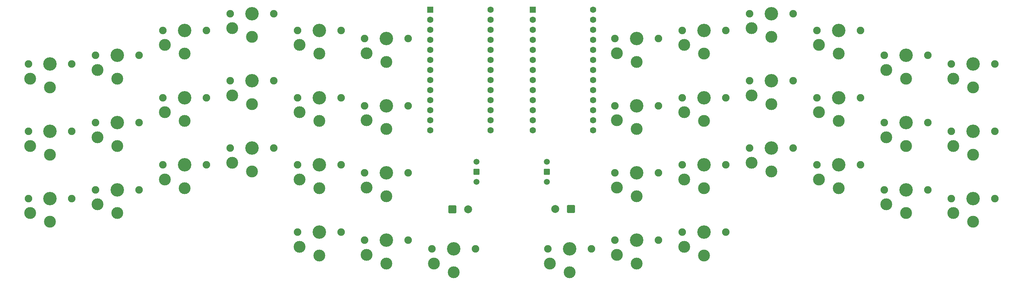
<source format=gbr>
%TF.GenerationSoftware,KiCad,Pcbnew,9.0.1*%
%TF.CreationDate,2025-04-16T23:21:15+03:00*%
%TF.ProjectId,turfing,74757266-696e-4672-9e6b-696361645f70,rev?*%
%TF.SameCoordinates,Original*%
%TF.FileFunction,Soldermask,Top*%
%TF.FilePolarity,Negative*%
%FSLAX46Y46*%
G04 Gerber Fmt 4.6, Leading zero omitted, Abs format (unit mm)*
G04 Created by KiCad (PCBNEW 9.0.1) date 2025-04-16 23:21:15*
%MOMM*%
%LPD*%
G01*
G04 APERTURE LIST*
G04 Aperture macros list*
%AMRoundRect*
0 Rectangle with rounded corners*
0 $1 Rounding radius*
0 $2 $3 $4 $5 $6 $7 $8 $9 X,Y pos of 4 corners*
0 Add a 4 corners polygon primitive as box body*
4,1,4,$2,$3,$4,$5,$6,$7,$8,$9,$2,$3,0*
0 Add four circle primitives for the rounded corners*
1,1,$1+$1,$2,$3*
1,1,$1+$1,$4,$5*
1,1,$1+$1,$6,$7*
1,1,$1+$1,$8,$9*
0 Add four rect primitives between the rounded corners*
20,1,$1+$1,$2,$3,$4,$5,0*
20,1,$1+$1,$4,$5,$6,$7,0*
20,1,$1+$1,$6,$7,$8,$9,0*
20,1,$1+$1,$8,$9,$2,$3,0*%
G04 Aperture macros list end*
%ADD10C,1.900000*%
%ADD11C,3.000000*%
%ADD12C,3.400000*%
%ADD13RoundRect,0.250000X-0.550000X-0.550000X0.550000X-0.550000X0.550000X0.550000X-0.550000X0.550000X0*%
%ADD14C,1.600000*%
%ADD15RoundRect,0.102000X0.654000X-0.654000X0.654000X0.654000X-0.654000X0.654000X-0.654000X-0.654000X0*%
%ADD16C,1.512000*%
%ADD17C,2.000000*%
%ADD18RoundRect,0.200000X-0.800000X0.800000X-0.800000X-0.800000X0.800000X-0.800000X0.800000X0.800000X0*%
%ADD19RoundRect,0.102000X-0.654000X0.654000X-0.654000X-0.654000X0.654000X-0.654000X0.654000X0.654000X0*%
%ADD20RoundRect,0.200000X0.800000X-0.800000X0.800000X0.800000X-0.800000X0.800000X-0.800000X-0.800000X0*%
G04 APERTURE END LIST*
D10*
%TO.C,SW16*%
X60500000Y-106250000D03*
D11*
X61000000Y-109950000D03*
D12*
X66000000Y-106250000D03*
D11*
X66000000Y-112150000D03*
D10*
X71500000Y-106250000D03*
%TD*%
%TO.C,SW29*%
X191750000Y-89250000D03*
D11*
X192250000Y-92950000D03*
D12*
X197250000Y-89250000D03*
D11*
X197250000Y-95150000D03*
D10*
X202750000Y-89250000D03*
%TD*%
%TO.C,SW20*%
X111500000Y-125290000D03*
D11*
X112000000Y-128990000D03*
D12*
X117000000Y-125290000D03*
D11*
X117000000Y-131190000D03*
D10*
X122500000Y-125290000D03*
%TD*%
%TO.C,SW42*%
X191750000Y-123250000D03*
D11*
X192250000Y-126950000D03*
D12*
X197250000Y-123250000D03*
D11*
X197250000Y-129150000D03*
D10*
X202750000Y-123250000D03*
%TD*%
%TO.C,SW17*%
X43500000Y-112540000D03*
D11*
X44000000Y-116240000D03*
D12*
X49000000Y-112540000D03*
D11*
X49000000Y-118440000D03*
D10*
X54500000Y-112540000D03*
%TD*%
%TO.C,SW5*%
X43500000Y-78540000D03*
D11*
X44000000Y-82240000D03*
D12*
X49000000Y-78540000D03*
D11*
X49000000Y-84440000D03*
D10*
X54500000Y-78540000D03*
%TD*%
%TO.C,SW10*%
X60500000Y-89250000D03*
D11*
X61000000Y-92950000D03*
D12*
X66000000Y-89250000D03*
D11*
X66000000Y-95150000D03*
D10*
X71500000Y-89250000D03*
%TD*%
D13*
%TO.C,MCU_L1*%
X128030000Y-67060000D03*
D14*
X143270000Y-67060000D03*
X128030000Y-69600000D03*
X128030000Y-72140000D03*
X128030000Y-74680000D03*
X128030000Y-77220000D03*
X128030000Y-79760000D03*
X128030000Y-82300000D03*
X128030000Y-84840000D03*
X128030000Y-87380000D03*
X128030000Y-89920000D03*
X128030000Y-92460000D03*
X128030000Y-95000000D03*
X128030000Y-97540000D03*
X143270000Y-97540000D03*
X143270000Y-95000000D03*
X143270000Y-92460000D03*
X143270000Y-89920000D03*
X143270000Y-87380000D03*
X143270000Y-84840000D03*
X143270000Y-82300000D03*
X143270000Y-79760000D03*
X143270000Y-77220000D03*
X143270000Y-74680000D03*
X143270000Y-72140000D03*
X143270000Y-69600000D03*
%TD*%
D10*
%TO.C,SW24*%
X208750000Y-68000000D03*
D11*
X209250000Y-71700000D03*
D12*
X214250000Y-68000000D03*
D11*
X214250000Y-73900000D03*
D10*
X219750000Y-68000000D03*
%TD*%
%TO.C,SW4*%
X60500000Y-72250000D03*
D11*
X61000000Y-75950000D03*
D12*
X66000000Y-72250000D03*
D11*
X66000000Y-78150000D03*
D10*
X71500000Y-72250000D03*
%TD*%
%TO.C,SW22*%
X174750000Y-74290000D03*
D11*
X175250000Y-77990000D03*
D12*
X180250000Y-74290000D03*
D11*
X180250000Y-80190000D03*
D10*
X185750000Y-74290000D03*
%TD*%
%TO.C,SW36*%
X208750000Y-102000000D03*
D11*
X209250000Y-105700000D03*
D12*
X214250000Y-102000000D03*
D11*
X214250000Y-107900000D03*
D10*
X219750000Y-102000000D03*
%TD*%
%TO.C,SW34*%
X174750000Y-108290000D03*
D11*
X175250000Y-111990000D03*
D12*
X180250000Y-108290000D03*
D11*
X180250000Y-114190000D03*
D10*
X185750000Y-108290000D03*
%TD*%
%TO.C,SW15*%
X77500000Y-102000000D03*
D11*
X78000000Y-105700000D03*
D12*
X83000000Y-102000000D03*
D11*
X83000000Y-107900000D03*
D10*
X88500000Y-102000000D03*
%TD*%
%TO.C,SW40*%
X157750000Y-127500000D03*
D11*
X158250000Y-131200000D03*
D12*
X163250000Y-127500000D03*
D11*
X163250000Y-133400000D03*
D10*
X168750000Y-127500000D03*
%TD*%
%TO.C,SW7*%
X111500000Y-91290000D03*
D11*
X112000000Y-94990000D03*
D12*
X117000000Y-91290000D03*
D11*
X117000000Y-97190000D03*
D10*
X122500000Y-91290000D03*
%TD*%
%TO.C,SW23*%
X191750000Y-72250000D03*
D11*
X192250000Y-75950000D03*
D12*
X197250000Y-72250000D03*
D11*
X197250000Y-78150000D03*
D10*
X202750000Y-72250000D03*
%TD*%
D15*
%TO.C,PW_R1*%
X157491000Y-108000000D03*
D16*
X157491000Y-110540000D03*
X157491000Y-105460000D03*
%TD*%
D10*
%TO.C,SW32*%
X242750000Y-95540000D03*
D11*
X243250000Y-99240000D03*
D12*
X248250000Y-95540000D03*
D11*
X248250000Y-101440000D03*
D10*
X253750000Y-95540000D03*
%TD*%
D17*
%TO.C,BAT_L1*%
X137610000Y-117450000D03*
D18*
X133610000Y-117450000D03*
%TD*%
D10*
%TO.C,SW3*%
X77500000Y-68000000D03*
D11*
X78000000Y-71700000D03*
D12*
X83000000Y-68000000D03*
D11*
X83000000Y-73900000D03*
D10*
X88500000Y-68000000D03*
%TD*%
%TO.C,SW21*%
X94500000Y-123250000D03*
D11*
X95000000Y-126950000D03*
D12*
X100000000Y-123250000D03*
D11*
X100000000Y-129150000D03*
D10*
X105500000Y-123250000D03*
%TD*%
%TO.C,SW38*%
X242750000Y-112540000D03*
D11*
X243250000Y-116240000D03*
D12*
X248250000Y-112540000D03*
D11*
X248250000Y-118440000D03*
D10*
X253750000Y-112540000D03*
%TD*%
%TO.C,SW25*%
X225750000Y-72250000D03*
D11*
X226250000Y-75950000D03*
D12*
X231250000Y-72250000D03*
D11*
X231250000Y-78150000D03*
D10*
X236750000Y-72250000D03*
%TD*%
%TO.C,SW8*%
X94500000Y-89250000D03*
D11*
X95000000Y-92950000D03*
D12*
X100000000Y-89250000D03*
D11*
X100000000Y-95150000D03*
D10*
X105500000Y-89250000D03*
%TD*%
%TO.C,SW19*%
X128500000Y-127500000D03*
D11*
X129000000Y-131200000D03*
D12*
X134000000Y-127500000D03*
D11*
X134000000Y-133400000D03*
D10*
X139500000Y-127500000D03*
%TD*%
%TO.C,SW30*%
X208750000Y-85000000D03*
D11*
X209250000Y-88700000D03*
D12*
X214250000Y-85000000D03*
D11*
X214250000Y-90900000D03*
D10*
X219750000Y-85000000D03*
%TD*%
%TO.C,SW12*%
X26500000Y-97750000D03*
D11*
X27000000Y-101450000D03*
D12*
X32000000Y-97750000D03*
D11*
X32000000Y-103650000D03*
D10*
X37500000Y-97750000D03*
%TD*%
%TO.C,SW11*%
X43500000Y-95540000D03*
D11*
X44000000Y-99240000D03*
D12*
X49000000Y-95540000D03*
D11*
X49000000Y-101440000D03*
D10*
X54500000Y-95540000D03*
%TD*%
%TO.C,SW27*%
X259750000Y-80750000D03*
D11*
X260250000Y-84450000D03*
D12*
X265250000Y-80750000D03*
D11*
X265250000Y-86650000D03*
D10*
X270750000Y-80750000D03*
%TD*%
%TO.C,SW13*%
X111500000Y-108290000D03*
D11*
X112000000Y-111990000D03*
D12*
X117000000Y-108290000D03*
D11*
X117000000Y-114190000D03*
D10*
X122500000Y-108290000D03*
%TD*%
D19*
%TO.C,PW_L1*%
X139769000Y-108000000D03*
D16*
X139769000Y-105460000D03*
X139769000Y-110540000D03*
%TD*%
D13*
%TO.C,MCU_R1*%
X153990000Y-67060000D03*
D14*
X169230000Y-67060000D03*
X153990000Y-69600000D03*
X153990000Y-72140000D03*
X153990000Y-74680000D03*
X153990000Y-77220000D03*
X153990000Y-79760000D03*
X153990000Y-82300000D03*
X153990000Y-84840000D03*
X153990000Y-87380000D03*
X153990000Y-89920000D03*
X153990000Y-92460000D03*
X153990000Y-95000000D03*
X153990000Y-97540000D03*
X169230000Y-97540000D03*
X169230000Y-95000000D03*
X169230000Y-92460000D03*
X169230000Y-89920000D03*
X169230000Y-87380000D03*
X169230000Y-84840000D03*
X169230000Y-82300000D03*
X169230000Y-79760000D03*
X169230000Y-77220000D03*
X169230000Y-74680000D03*
X169230000Y-72140000D03*
X169230000Y-69600000D03*
%TD*%
D10*
%TO.C,SW35*%
X191750000Y-106250000D03*
D11*
X192250000Y-109950000D03*
D12*
X197250000Y-106250000D03*
D11*
X197250000Y-112150000D03*
D10*
X202750000Y-106250000D03*
%TD*%
%TO.C,SW31*%
X225750000Y-89250000D03*
D11*
X226250000Y-92950000D03*
D12*
X231250000Y-89250000D03*
D11*
X231250000Y-95150000D03*
D10*
X236750000Y-89250000D03*
%TD*%
%TO.C,SW2*%
X94500000Y-72250000D03*
D11*
X95000000Y-75950000D03*
D12*
X100000000Y-72250000D03*
D11*
X100000000Y-78150000D03*
D10*
X105500000Y-72250000D03*
%TD*%
%TO.C,SW9*%
X77500000Y-85000000D03*
D11*
X78000000Y-88700000D03*
D12*
X83000000Y-85000000D03*
D11*
X83000000Y-90900000D03*
D10*
X88500000Y-85000000D03*
%TD*%
%TO.C,SW39*%
X259750000Y-114750000D03*
D11*
X260250000Y-118450000D03*
D12*
X265250000Y-114750000D03*
D11*
X265250000Y-120650000D03*
D10*
X270750000Y-114750000D03*
%TD*%
%TO.C,SW18*%
X26500000Y-114750000D03*
D11*
X27000000Y-118450000D03*
D12*
X32000000Y-114750000D03*
D11*
X32000000Y-120650000D03*
D10*
X37500000Y-114750000D03*
%TD*%
%TO.C,SW33*%
X259750000Y-97750000D03*
D11*
X260250000Y-101450000D03*
D12*
X265250000Y-97750000D03*
D11*
X265250000Y-103650000D03*
D10*
X270750000Y-97750000D03*
%TD*%
%TO.C,SW14*%
X94500000Y-106250000D03*
D11*
X95000000Y-109950000D03*
D12*
X100000000Y-106250000D03*
D11*
X100000000Y-112150000D03*
D10*
X105500000Y-106250000D03*
%TD*%
%TO.C,SW6*%
X26500000Y-80750000D03*
D11*
X27000000Y-84450000D03*
D12*
X32000000Y-80750000D03*
D11*
X32000000Y-86650000D03*
D10*
X37500000Y-80750000D03*
%TD*%
%TO.C,SW1*%
X111500000Y-74290000D03*
D11*
X112000000Y-77990000D03*
D12*
X117000000Y-74290000D03*
D11*
X117000000Y-80190000D03*
D10*
X122500000Y-74290000D03*
%TD*%
%TO.C,SW41*%
X174750000Y-125290000D03*
D11*
X175250000Y-128990000D03*
D12*
X180250000Y-125290000D03*
D11*
X180250000Y-131190000D03*
D10*
X185750000Y-125290000D03*
%TD*%
%TO.C,SW28*%
X174750000Y-91290000D03*
D11*
X175250000Y-94990000D03*
D12*
X180250000Y-91290000D03*
D11*
X180250000Y-97190000D03*
D10*
X185750000Y-91290000D03*
%TD*%
D17*
%TO.C,BAT_R1*%
X159650000Y-117400000D03*
D20*
X163650000Y-117400000D03*
%TD*%
D10*
%TO.C,SW26*%
X242750000Y-78540000D03*
D11*
X243250000Y-82240000D03*
D12*
X248250000Y-78540000D03*
D11*
X248250000Y-84440000D03*
D10*
X253750000Y-78540000D03*
%TD*%
%TO.C,SW37*%
X225750000Y-106250000D03*
D11*
X226250000Y-109950000D03*
D12*
X231250000Y-106250000D03*
D11*
X231250000Y-112150000D03*
D10*
X236750000Y-106250000D03*
%TD*%
M02*

</source>
